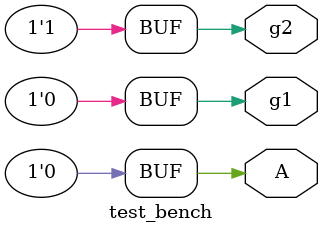
<source format=v>
module test_bench(
    output reg g2,
    output reg g1,
    output reg A
    );
    
    initial
    begin
            {A, g1} = 0;
            g2 = 1;
            #40  A <= 1;
            #20  g1 <= 1;
            #20  g2 <= 0;

            #20  A <= 0;
            #20  g1 <= 0;
            #20  g2 <= 1;
            
           
      end
endmodule

</source>
